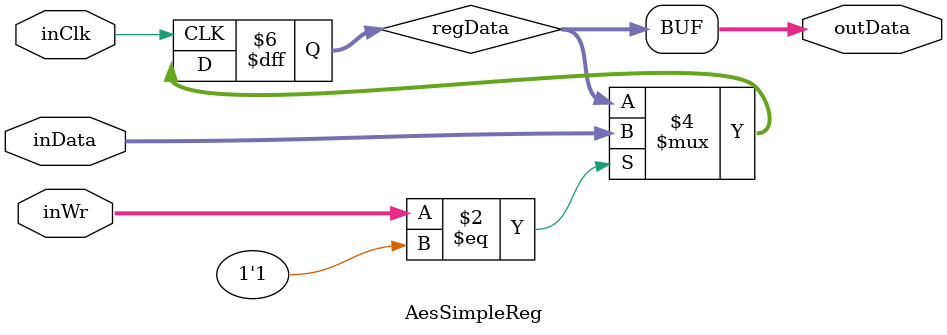
<source format=v>
module AesSimpleReg (
input	wire			inClk,
input	wire [127:0]	inWr,
input	wire [127:0]	inData,
output	wire [127:0]	outData
);

reg [127:0] regData = 128'b0;

always @ (posedge(inClk))
begin
	if (inWr == 1'b1) begin
		regData <= inData;
	end
end

assign outData = regData;

endmodule
</source>
